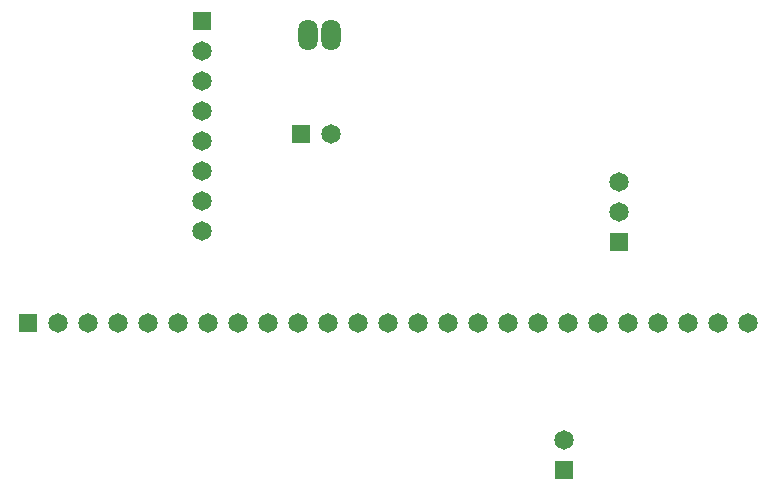
<source format=gbs>
G04*
G04 #@! TF.GenerationSoftware,Altium Limited,Altium Designer,23.3.1 (30)*
G04*
G04 Layer_Color=16711935*
%FSLAX25Y25*%
%MOIN*%
G70*
G04*
G04 #@! TF.SameCoordinates,C9CCD98B-DB78-4EC8-A63A-9DC0D68B0965*
G04*
G04*
G04 #@! TF.FilePolarity,Negative*
G04*
G01*
G75*
%ADD26R,0.06496X0.06496*%
%ADD27C,0.06496*%
%ADD28R,0.06496X0.06496*%
%ADD29O,0.06496X0.10433*%
D26*
X470000Y165000D02*
D03*
X488500Y241000D02*
D03*
X349500Y314500D02*
D03*
D27*
X470000Y175000D02*
D03*
X488500Y251000D02*
D03*
Y261000D02*
D03*
X301500Y214000D02*
D03*
X311500D02*
D03*
X321500D02*
D03*
X331500D02*
D03*
X341500D02*
D03*
X351500D02*
D03*
X361500D02*
D03*
X371500D02*
D03*
X381500D02*
D03*
X391500D02*
D03*
X401500D02*
D03*
X411500D02*
D03*
X421500D02*
D03*
X431500D02*
D03*
X441500D02*
D03*
X451500D02*
D03*
X461500D02*
D03*
X471500D02*
D03*
X481500D02*
D03*
X491500D02*
D03*
X501500D02*
D03*
X511500D02*
D03*
X521500D02*
D03*
X531500D02*
D03*
X392500Y277000D02*
D03*
X349500Y304500D02*
D03*
Y294500D02*
D03*
Y284500D02*
D03*
Y274500D02*
D03*
Y264500D02*
D03*
Y254500D02*
D03*
Y244500D02*
D03*
D28*
X291500Y214000D02*
D03*
X382500Y277000D02*
D03*
D29*
X392500Y310000D02*
D03*
X384626D02*
D03*
M02*

</source>
